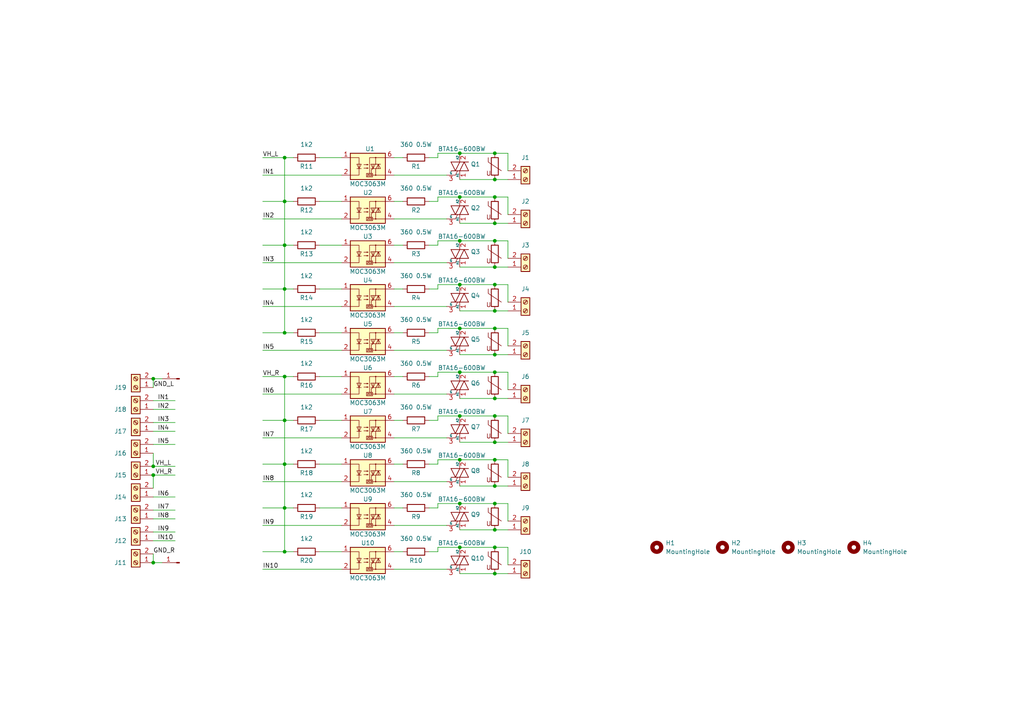
<source format=kicad_sch>
(kicad_sch (version 20211123) (generator eeschema)
  (paper "A4")
  (lib_symbols
    (symbol "Connector:Conn_01x01_Male" (pin_names (offset 1.016) hide)
      (property "Reference" "J" (at 0 2.54 0))
      (property "Value" "Conn_01x01_Male" (at 0 -2.54 0))
      (symbol "Conn_01x01_Male_1_1"
        (polyline (pts (xy 1.27 0) (xy 0.8636 0)) (stroke (width 0.1524)))
        (rectangle (start 0.8636 0.127) (end 0 -0.127) (stroke (width 0.1524)) (fill (type outline)))
        (pin passive line (at 5.08 0 180) (length 3.81) (name "Pin_1") (number "1"))
      )
    )
    (symbol "Connector:Screw_Terminal_01x02" (pin_names (offset 1.016) hide)
      (property "Reference" "J" (at 0 2.54 0))
      (property "Value" "Screw_Terminal_01x02" (at 0 -5.08 0))
      (symbol "Screw_Terminal_01x02_1_1"
        (rectangle (start -1.27 1.27) (end 1.27 -3.81) (stroke (width 0.254)) (fill (type background)))
        (circle (center 0 -2.54) (radius 0.635) (stroke (width 0.1524)))
        (polyline (pts (xy -0.5334 -2.2098) (xy 0.3302 -3.048)) (stroke (width 0.1524)))
        (polyline (pts (xy -0.5334 0.3302) (xy 0.3302 -0.508)) (stroke (width 0.1524)))
        (polyline (pts (xy -0.3556 -2.032) (xy 0.508 -2.8702)) (stroke (width 0.1524)))
        (polyline (pts (xy -0.3556 0.508) (xy 0.508 -0.3302)) (stroke (width 0.1524)))
        (circle (center 0 0) (radius 0.635) (stroke (width 0.1524)))
        (pin passive line (at -5.08 0 0) (length 3.81) (name "Pin_1") (number "1"))
        (pin passive line (at -5.08 -2.54 0) (length 3.81) (name "Pin_2") (number "2"))
      )
    )
    (symbol "Device:R" (pin_numbers hide) (pin_names (offset 0))
      (property "Reference" "R" (at 2.032 0 90))
      (property "Value" "R" (at 0 0 90))
      (symbol "R_0_1"
        (rectangle (start -1.016 -2.54) (end 1.016 2.54) (stroke (width 0.254)))
      )
      (symbol "R_1_1"
        (pin passive line (at 0 3.81 270) (length 1.27) (name "~") (number "1"))
        (pin passive line (at 0 -3.81 90) (length 1.27) (name "~") (number "2"))
      )
    )
    (symbol "Device:Varistor" (pin_numbers hide) (pin_names (offset 0))
      (property "Reference" "RV" (at 3.175 0 90))
      (property "Value" "Varistor" (at -3.175 0 90))
      (symbol "Varistor_0_0"
        (text "U" (at -1.778 -2.032 0) (effects (font (size 1.27 1.27))))
      )
      (symbol "Varistor_0_1"
        (rectangle (start -1.016 -2.54) (end 1.016 2.54) (stroke (width 0.254)))
        (polyline (pts (xy -1.905 2.54) (xy -1.905 1.27) (xy 1.905 -1.27)))
      )
      (symbol "Varistor_1_1"
        (pin passive line (at 0 3.81 270) (length 1.27) (name "~") (number "1"))
        (pin passive line (at 0 -3.81 90) (length 1.27) (name "~") (number "2"))
      )
    )
    (symbol "Mechanical:MountingHole" (pin_names (offset 1.016))
      (property "Reference" "H" (at 0 5.08 0))
      (property "Value" "MountingHole" (at 0 3.175 0))
      (symbol "MountingHole_0_1"
        (circle (center 0 0) (radius 1.27) (stroke (width 1.27)))
      )
    )
    (symbol "Relay_SolidState:MOC3063M"
      (property "Reference" "U" (at -5.08 5.08 0))
      (property "Value" "MOC3063M" (at 0 5.08 0))
      (symbol "MOC3063M_0_0"
        (rectangle (start -0.381 -2.032) (end 1.397 -3.048))
        (polyline (pts (xy 2.286 -2.54) (xy 1.397 -2.54)))
        (polyline (pts (xy 1.524 -0.635) (xy 1.016 -1.016) (xy 1.016 -2.032)))
        (text "ZCD" (at 0.508 -2.54 0) (effects (font (size 0.508 0.508))))
      )
      (symbol "MOC3063M_0_1"
        (rectangle (start -5.08 3.81) (end 5.08 -3.81) (stroke (width 0.254)) (fill (type background)))
        (polyline (pts (xy -3.175 -0.635) (xy -1.905 -0.635)))
        (polyline (pts (xy 1.524 -0.635) (xy 1.524 0.635)))
        (polyline (pts (xy 3.048 0.635) (xy 3.048 -0.635)))
        (polyline (pts (xy 2.286 -0.635) (xy 2.286 -2.54) (xy 5.08 -2.54)))
        (polyline (pts (xy 2.286 0.635) (xy 2.286 2.54) (xy 5.08 2.54)))
        (polyline (pts (xy 2.286 2.54) (xy 0.508 2.54) (xy 0.508 -2.032)))
        (polyline (pts (xy -5.08 2.54) (xy -2.54 2.54) (xy -2.54 -2.54) (xy -5.08 -2.54)))
        (polyline (pts (xy -2.54 -0.635) (xy -3.175 0.635) (xy -1.905 0.635) (xy -2.54 -0.635)))
        (polyline (pts (xy 0.889 -0.635) (xy 3.683 -0.635) (xy 3.048 0.635) (xy 2.413 -0.635)))
        (polyline (pts (xy 3.683 0.635) (xy 0.889 0.635) (xy 1.524 -0.635) (xy 2.159 0.635)))
        (polyline (pts (xy -1.143 -0.508) (xy 0.127 -0.508) (xy -0.254 -0.635) (xy -0.254 -0.381) (xy 0.127 -0.508)))
        (polyline (pts (xy -1.143 0.508) (xy 0.127 0.508) (xy -0.254 0.381) (xy -0.254 0.635) (xy 0.127 0.508)))
        (circle (center 2.286 -2.54) (radius 0.127))
        (circle (center 2.286 2.54) (radius 0.127))
      )
      (symbol "MOC3063M_1_1"
        (pin passive line (at -7.62 2.54 0) (length 2.54) (name "~") (number "1"))
        (pin passive line (at -7.62 -2.54 0) (length 2.54) (name "~") (number "2"))
        (pin no_connect line (at -5.08 0 0) (length 2.54) hide (name "NC") (number "3"))
        (pin passive line (at 7.62 -2.54 180) (length 2.54) (name "~") (number "4"))
        (pin no_connect line (at 5.08 0 180) (length 2.54) hide (name "NC") (number "5"))
        (pin passive line (at 7.62 2.54 180) (length 2.54) (name "~") (number "6"))
      )
    )
    (symbol "Triac_Thyristor:BTA16-600BW" (pin_names (offset 0))
      (property "Reference" "Q" (at 5.08 1.905 0))
      (property "Value" "BTA16-600BW" (at 5.08 0 0))
      (symbol "BTA16-600BW_0_1"
        (polyline (pts (xy -2.54 -1.27) (xy 2.54 -1.27)) (stroke (width 0.2032)))
        (polyline (pts (xy -2.54 1.27) (xy 2.54 1.27)) (stroke (width 0.2032)))
        (polyline (pts (xy -1.27 -2.54) (xy -0.635 -1.27)))
        (polyline (pts (xy -2.54 1.27) (xy -1.27 -1.27) (xy 0 1.27)) (stroke (width 0.2032)))
        (polyline (pts (xy 0 -1.27) (xy 1.27 1.27) (xy 2.54 -1.27)) (stroke (width 0.2032)))
      )
      (symbol "BTA16-600BW_1_1"
        (pin passive line (at 0 -3.81 90) (length 2.54) (name "A1") (number "1"))
        (pin passive line (at 0 3.81 270) (length 2.54) (name "A2") (number "2"))
        (pin input line (at -3.81 -2.54 0) (length 2.54) (name "G") (number "3"))
      )
    )
  )
  (junction (at 143.51 82.55))
  (junction (at 143.51 128.27))
  (junction (at 82.55 160.02))
  (junction (at 44.45 137.795))
  (junction (at 143.51 153.67))
  (junction (at 143.51 115.57))
  (junction (at 143.51 90.17))
  (junction (at 44.45 109.855))
  (junction (at 133.35 44.45))
  (junction (at 82.55 71.12))
  (junction (at 133.35 57.15))
  (junction (at 133.35 158.75))
  (junction (at 143.51 166.37))
  (junction (at 133.35 120.65))
  (junction (at 44.45 163.195))
  (junction (at 82.55 134.62))
  (junction (at 82.55 147.32))
  (junction (at 133.35 82.55))
  (junction (at 143.51 102.87))
  (junction (at 143.51 158.75))
  (junction (at 143.51 133.35))
  (junction (at 133.35 107.95))
  (junction (at 82.55 83.82))
  (junction (at 82.55 121.92))
  (junction (at 143.51 52.07))
  (junction (at 143.51 57.15))
  (junction (at 143.51 120.65))
  (junction (at 143.51 140.97))
  (junction (at 82.55 96.52))
  (junction (at 133.35 69.85))
  (junction (at 143.51 95.25))
  (junction (at 82.55 45.72))
  (junction (at 143.51 44.45))
  (junction (at 143.51 64.77))
  (junction (at 44.45 135.255))
  (junction (at 133.35 133.35))
  (junction (at 143.51 146.05))
  (junction (at 143.51 69.85))
  (junction (at 82.55 58.42))
  (junction (at 143.51 77.47))
  (junction (at 143.51 107.95))
  (junction (at 133.35 95.25))
  (junction (at 133.35 146.05))
  (junction (at 82.55 109.22))
  (wire (pts (xy 143.51 153.67) (xy 147.32 153.67)))
  (wire (pts (xy 76.2 83.82) (xy 82.55 83.82)))
  (wire (pts (xy 92.71 58.42) (xy 99.06 58.42)))
  (wire (pts (xy 44.45 137.795) (xy 44.45 141.605)))
  (wire (pts (xy 127 69.85) (xy 133.35 69.85)))
  (wire (pts (xy 114.3 96.52) (xy 116.84 96.52)))
  (wire (pts (xy 127 57.15) (xy 133.35 57.15)))
  (wire (pts (xy 133.35 146.05) (xy 143.51 146.05)))
  (wire (pts (xy 76.2 45.72) (xy 82.55 45.72)))
  (wire (pts (xy 133.35 82.55) (xy 143.51 82.55)))
  (wire (pts (xy 133.35 102.87) (xy 143.51 102.87)))
  (wire (pts (xy 147.32 95.25) (xy 147.32 100.33)))
  (wire (pts (xy 82.55 109.22) (xy 85.09 109.22)))
  (wire (pts (xy 124.46 45.72) (xy 127 45.72)))
  (wire (pts (xy 133.35 69.85) (xy 143.51 69.85)))
  (wire (pts (xy 76.2 134.62) (xy 82.55 134.62)))
  (wire (pts (xy 124.46 96.52) (xy 127 96.52)))
  (wire (pts (xy 114.3 45.72) (xy 116.84 45.72)))
  (wire (pts (xy 143.51 133.35) (xy 147.32 133.35)))
  (wire (pts (xy 127 146.05) (xy 133.35 146.05)))
  (wire (pts (xy 147.32 146.05) (xy 147.32 151.13)))
  (wire (pts (xy 143.51 82.55) (xy 147.32 82.55)))
  (wire (pts (xy 114.3 127) (xy 129.54 127)))
  (wire (pts (xy 133.35 64.77) (xy 143.51 64.77)))
  (wire (pts (xy 44.45 125.095) (xy 50.8 125.095)))
  (wire (pts (xy 114.3 147.32) (xy 116.84 147.32)))
  (wire (pts (xy 143.51 44.45) (xy 147.32 44.45)))
  (wire (pts (xy 76.2 152.4) (xy 99.06 152.4)))
  (wire (pts (xy 44.45 122.555) (xy 50.8 122.555)))
  (wire (pts (xy 143.51 64.77) (xy 147.32 64.77)))
  (wire (pts (xy 127 82.55) (xy 133.35 82.55)))
  (wire (pts (xy 133.35 158.75) (xy 143.51 158.75)))
  (wire (pts (xy 82.55 83.82) (xy 82.55 96.52)))
  (wire (pts (xy 92.71 134.62) (xy 99.06 134.62)))
  (wire (pts (xy 44.45 118.745) (xy 50.8 118.745)))
  (wire (pts (xy 124.46 147.32) (xy 127 147.32)))
  (wire (pts (xy 82.55 71.12) (xy 85.09 71.12)))
  (wire (pts (xy 133.35 133.35) (xy 143.51 133.35)))
  (wire (pts (xy 143.51 115.57) (xy 147.32 115.57)))
  (wire (pts (xy 133.35 140.97) (xy 143.51 140.97)))
  (wire (pts (xy 82.55 121.92) (xy 85.09 121.92)))
  (wire (pts (xy 44.45 109.855) (xy 46.99 109.855)))
  (wire (pts (xy 147.32 69.85) (xy 147.32 74.93)))
  (wire (pts (xy 133.35 90.17) (xy 143.51 90.17)))
  (wire (pts (xy 92.71 83.82) (xy 99.06 83.82)))
  (wire (pts (xy 147.32 82.55) (xy 147.32 87.63)))
  (wire (pts (xy 114.3 121.92) (xy 116.84 121.92)))
  (wire (pts (xy 76.2 50.8) (xy 99.06 50.8)))
  (wire (pts (xy 44.45 137.795) (xy 50.8 137.795)))
  (wire (pts (xy 82.55 71.12) (xy 82.55 83.82)))
  (wire (pts (xy 82.55 134.62) (xy 82.55 147.32)))
  (wire (pts (xy 143.51 57.15) (xy 147.32 57.15)))
  (wire (pts (xy 133.35 166.37) (xy 143.51 166.37)))
  (wire (pts (xy 76.2 63.5) (xy 99.06 63.5)))
  (wire (pts (xy 82.55 160.02) (xy 85.09 160.02)))
  (wire (pts (xy 127 96.52) (xy 127 95.25)))
  (wire (pts (xy 143.51 95.25) (xy 147.32 95.25)))
  (wire (pts (xy 92.71 45.72) (xy 99.06 45.72)))
  (wire (pts (xy 143.51 90.17) (xy 147.32 90.17)))
  (wire (pts (xy 76.2 127) (xy 99.06 127)))
  (wire (pts (xy 82.55 109.22) (xy 82.55 121.92)))
  (wire (pts (xy 133.35 95.25) (xy 143.51 95.25)))
  (wire (pts (xy 147.32 44.45) (xy 147.32 49.53)))
  (wire (pts (xy 44.45 131.445) (xy 44.45 135.255)))
  (wire (pts (xy 133.35 57.15) (xy 143.51 57.15)))
  (wire (pts (xy 124.46 160.02) (xy 127 160.02)))
  (wire (pts (xy 147.32 57.15) (xy 147.32 62.23)))
  (wire (pts (xy 147.32 120.65) (xy 147.32 125.73)))
  (wire (pts (xy 127 133.35) (xy 133.35 133.35)))
  (wire (pts (xy 114.3 88.9) (xy 129.54 88.9)))
  (wire (pts (xy 114.3 109.22) (xy 116.84 109.22)))
  (wire (pts (xy 82.55 58.42) (xy 85.09 58.42)))
  (wire (pts (xy 143.51 166.37) (xy 147.32 166.37)))
  (wire (pts (xy 127 121.92) (xy 127 120.65)))
  (wire (pts (xy 82.55 83.82) (xy 85.09 83.82)))
  (wire (pts (xy 44.45 154.305) (xy 50.8 154.305)))
  (wire (pts (xy 143.51 77.47) (xy 147.32 77.47)))
  (wire (pts (xy 92.71 121.92) (xy 99.06 121.92)))
  (wire (pts (xy 92.71 160.02) (xy 99.06 160.02)))
  (wire (pts (xy 147.32 158.75) (xy 147.32 163.83)))
  (wire (pts (xy 133.35 52.07) (xy 143.51 52.07)))
  (wire (pts (xy 114.3 50.8) (xy 129.54 50.8)))
  (wire (pts (xy 76.2 165.1) (xy 99.06 165.1)))
  (wire (pts (xy 124.46 121.92) (xy 127 121.92)))
  (wire (pts (xy 127 71.12) (xy 127 69.85)))
  (wire (pts (xy 143.51 158.75) (xy 147.32 158.75)))
  (wire (pts (xy 114.3 152.4) (xy 129.54 152.4)))
  (wire (pts (xy 82.55 134.62) (xy 85.09 134.62)))
  (wire (pts (xy 92.71 71.12) (xy 99.06 71.12)))
  (wire (pts (xy 133.35 128.27) (xy 143.51 128.27)))
  (wire (pts (xy 143.51 69.85) (xy 147.32 69.85)))
  (wire (pts (xy 127 95.25) (xy 133.35 95.25)))
  (wire (pts (xy 133.35 120.65) (xy 143.51 120.65)))
  (wire (pts (xy 76.2 101.6) (xy 99.06 101.6)))
  (wire (pts (xy 114.3 114.3) (xy 129.54 114.3)))
  (wire (pts (xy 76.2 71.12) (xy 82.55 71.12)))
  (wire (pts (xy 143.51 146.05) (xy 147.32 146.05)))
  (wire (pts (xy 127 45.72) (xy 127 44.45)))
  (wire (pts (xy 114.3 165.1) (xy 129.54 165.1)))
  (wire (pts (xy 127 160.02) (xy 127 158.75)))
  (wire (pts (xy 92.71 96.52) (xy 99.06 96.52)))
  (wire (pts (xy 44.45 156.845) (xy 50.8 156.845)))
  (wire (pts (xy 114.3 139.7) (xy 129.54 139.7)))
  (wire (pts (xy 143.51 128.27) (xy 147.32 128.27)))
  (wire (pts (xy 114.3 71.12) (xy 116.84 71.12)))
  (wire (pts (xy 76.2 76.2) (xy 99.06 76.2)))
  (wire (pts (xy 133.35 77.47) (xy 143.51 77.47)))
  (wire (pts (xy 114.3 63.5) (xy 129.54 63.5)))
  (wire (pts (xy 82.55 45.72) (xy 85.09 45.72)))
  (wire (pts (xy 92.71 109.22) (xy 99.06 109.22)))
  (wire (pts (xy 114.3 83.82) (xy 116.84 83.82)))
  (wire (pts (xy 76.2 58.42) (xy 82.55 58.42)))
  (wire (pts (xy 76.2 96.52) (xy 82.55 96.52)))
  (wire (pts (xy 44.45 150.495) (xy 50.8 150.495)))
  (wire (pts (xy 44.45 147.955) (xy 50.8 147.955)))
  (wire (pts (xy 76.2 121.92) (xy 82.55 121.92)))
  (wire (pts (xy 127 58.42) (xy 127 57.15)))
  (wire (pts (xy 44.45 116.205) (xy 50.8 116.205)))
  (wire (pts (xy 124.46 134.62) (xy 127 134.62)))
  (wire (pts (xy 127 120.65) (xy 133.35 120.65)))
  (wire (pts (xy 147.32 107.95) (xy 147.32 113.03)))
  (wire (pts (xy 147.32 133.35) (xy 147.32 138.43)))
  (wire (pts (xy 143.51 107.95) (xy 147.32 107.95)))
  (wire (pts (xy 124.46 71.12) (xy 127 71.12)))
  (wire (pts (xy 127 83.82) (xy 127 82.55)))
  (wire (pts (xy 127 158.75) (xy 133.35 158.75)))
  (wire (pts (xy 143.51 120.65) (xy 147.32 120.65)))
  (wire (pts (xy 124.46 58.42) (xy 127 58.42)))
  (wire (pts (xy 133.35 107.95) (xy 143.51 107.95)))
  (wire (pts (xy 82.55 96.52) (xy 85.09 96.52)))
  (wire (pts (xy 82.55 121.92) (xy 82.55 134.62)))
  (wire (pts (xy 44.45 144.145) (xy 50.8 144.145)))
  (wire (pts (xy 44.45 163.195) (xy 46.99 163.195)))
  (wire (pts (xy 143.51 140.97) (xy 147.32 140.97)))
  (wire (pts (xy 114.3 134.62) (xy 116.84 134.62)))
  (wire (pts (xy 127 134.62) (xy 127 133.35)))
  (wire (pts (xy 44.45 109.855) (xy 44.45 112.395)))
  (wire (pts (xy 127 147.32) (xy 127 146.05)))
  (wire (pts (xy 124.46 83.82) (xy 127 83.82)))
  (wire (pts (xy 114.3 76.2) (xy 129.54 76.2)))
  (wire (pts (xy 127 44.45) (xy 133.35 44.45)))
  (wire (pts (xy 133.35 153.67) (xy 143.51 153.67)))
  (wire (pts (xy 143.51 52.07) (xy 147.32 52.07)))
  (wire (pts (xy 133.35 115.57) (xy 143.51 115.57)))
  (wire (pts (xy 44.45 160.655) (xy 44.45 163.195)))
  (wire (pts (xy 76.2 109.22) (xy 82.55 109.22)))
  (wire (pts (xy 127 107.95) (xy 133.35 107.95)))
  (wire (pts (xy 76.2 114.3) (xy 99.06 114.3)))
  (wire (pts (xy 44.45 135.255) (xy 50.8 135.255)))
  (wire (pts (xy 114.3 58.42) (xy 116.84 58.42)))
  (wire (pts (xy 82.55 147.32) (xy 82.55 160.02)))
  (wire (pts (xy 82.55 45.72) (xy 82.55 58.42)))
  (wire (pts (xy 127 109.22) (xy 127 107.95)))
  (wire (pts (xy 76.2 160.02) (xy 82.55 160.02)))
  (wire (pts (xy 76.2 88.9) (xy 99.06 88.9)))
  (wire (pts (xy 133.35 44.45) (xy 143.51 44.45)))
  (wire (pts (xy 143.51 102.87) (xy 147.32 102.87)))
  (wire (pts (xy 92.71 147.32) (xy 99.06 147.32)))
  (wire (pts (xy 114.3 160.02) (xy 116.84 160.02)))
  (wire (pts (xy 114.3 101.6) (xy 129.54 101.6)))
  (wire (pts (xy 124.46 109.22) (xy 127 109.22)))
  (wire (pts (xy 82.55 58.42) (xy 82.55 71.12)))
  (wire (pts (xy 76.2 139.7) (xy 99.06 139.7)))
  (wire (pts (xy 44.45 128.905) (xy 50.8 128.905)))
  (wire (pts (xy 76.2 147.32) (xy 82.55 147.32)))
  (wire (pts (xy 82.55 147.32) (xy 85.09 147.32)))
  (label "IN9" (at 45.72 154.305 0))
  (label "VH_L" (at 45.085 135.255 0))
  (label "VH_L" (at 76.2 45.72 0))
  (label "IN4" (at 45.72 125.095 0))
  (label "IN4" (at 76.2 88.9 0))
  (label "IN8" (at 45.72 150.495 0))
  (label "GND_L" (at 44.45 112.395 0))
  (label "IN10" (at 76.2 165.1 0))
  (label "IN5" (at 45.72 128.905 0))
  (label "VH_R" (at 76.2 109.22 0))
  (label "IN1" (at 76.2 50.8 0))
  (label "IN3" (at 45.72 122.555 0))
  (label "IN7" (at 76.2 127 0))
  (label "GND_R" (at 44.45 160.655 0))
  (label "IN10" (at 45.72 156.845 0))
  (label "IN9" (at 76.2 152.4 0))
  (label "IN2" (at 45.72 118.745 0))
  (label "IN6" (at 45.72 144.145 0))
  (label "IN7" (at 45.72 147.955 0))
  (label "IN6" (at 76.2 114.3 0))
  (label "IN2" (at 76.2 63.5 0))
  (label "VH_R" (at 45.085 137.795 0))
  (label "IN8" (at 76.2 139.7 0))
  (label "IN1" (at 45.72 116.205 0))
  (label "IN5" (at 76.2 101.6 0))
  (label "IN3" (at 76.2 76.2 0))
  (symbol (lib_id "Device:Varistor") (at 143.51 124.46 0) (unit 1)
    (property "Reference" "RV7" (effects hide))
    (property "Value" "275V" (effects hide))
    (property "Footprint" "Varistor:RV_Disc_D9mm_W4.2mm_P5mm" (effects hide))
  )
  (symbol (lib_id "Connector:Screw_Terminal_01x02") (at 39.37 131.445 180) (unit 1)
    (property "Reference" "J16" (at 34.925 131.445 0))
    (property "Value" "Screw_Terminal_01x02" (effects hide))
    (property "Footprint" "TerminalBlock_Phoenix:TerminalBlock_Phoenix_MKDS-1,5-2_1x02_P5.00mm_Horizontal" (effects hide))
  )
  (symbol (lib_id "Connector:Screw_Terminal_01x02") (at 152.4 128.27 0) (mirror x) (unit 1)
    (property "Reference" "J7" (at 152.4 121.92 0))
    (property "Value" "Screw_Terminal_01x02" (effects hide))
    (property "Footprint" "TerminalBlock_Phoenix:TerminalBlock_Phoenix_MKDS-1,5-2_1x02_P5.00mm_Horizontal" (effects hide))
  )
  (symbol (lib_id "Relay_SolidState:MOC3063M") (at 106.68 137.16 0) (unit 1)
    (property "Reference" "U8" (at 106.68 132.08 0))
    (property "Value" "MOC3063M" (at 106.68 142.24 0))
    (property "Footprint" "Package_DIP:DIP-6_W7.62mm" (effects hide))
    (property "Datasheet" "https://www.onsemi.com/pub/Collateral/MOC3163M-D.pdf" (effects hide))
  )
  (symbol (lib_id "Triac_Thyristor:BTA16-600BW") (at 133.35 149.86 0) (unit 1)
    (property "Reference" "Q9" (at 136.525 149.225 0) (effects (justify left)))
    (property "Value" "BTA16-600BW" (at 127 144.78 0) (effects (justify left)))
    (property "Footprint" "triac-board:TO-220-3_Vertical_Staggered" (effects hide))
    (property "Datasheet" "https://www.st.com/resource/en/datasheet/bta16.pdf" (effects hide))
  )
  (symbol (lib_id "Relay_SolidState:MOC3063M") (at 106.68 48.26 0) (unit 1)
    (property "Reference" "U1" (at 107.315 43.18 0))
    (property "Value" "MOC3063M" (at 106.68 53.34 0))
    (property "Footprint" "Package_DIP:DIP-6_W7.62mm" (effects hide))
    (property "Datasheet" "https://www.onsemi.com/pub/Collateral/MOC3163M-D.pdf" (effects hide))
  )
  (symbol (lib_id "Device:R") (at 88.9 45.72 90) (unit 1)
    (property "Reference" "R11" (at 88.9 48.26 90))
    (property "Value" "1k2" (at 88.9 41.91 90))
    (property "Footprint" "Resistor_THT:R_Axial_DIN0207_L6.3mm_D2.5mm_P10.16mm_Horizontal" (effects hide))
  )
  (symbol (lib_id "Connector:Screw_Terminal_01x02") (at 152.4 52.07 0) (mirror x) (unit 1)
    (property "Reference" "J1" (at 152.4 45.72 0))
    (property "Value" "Screw_Terminal_01x02" (effects hide))
    (property "Footprint" "TerminalBlock_Phoenix:TerminalBlock_Phoenix_MKDS-1,5-2_1x02_P5.00mm_Horizontal" (effects hide))
  )
  (symbol (lib_id "Device:R") (at 120.65 96.52 90) (unit 1)
    (property "Reference" "R5" (at 120.65 99.06 90))
    (property "Value" "360 0.5W" (at 120.65 92.71 90))
    (property "Footprint" "Resistor_THT:R_Axial_DIN0309_L9.0mm_D3.2mm_P20.32mm_Horizontal" (effects hide))
  )
  (symbol (lib_id "Device:R") (at 88.9 96.52 90) (unit 1)
    (property "Reference" "R15" (at 88.9 99.06 90))
    (property "Value" "1k2" (at 88.9 92.71 90))
    (property "Footprint" "Resistor_THT:R_Axial_DIN0207_L6.3mm_D2.5mm_P10.16mm_Horizontal" (effects hide))
  )
  (symbol (lib_id "Connector:Screw_Terminal_01x02") (at 39.37 118.745 180) (unit 1)
    (property "Reference" "J18" (at 34.925 118.745 0))
    (property "Value" "Screw_Terminal_01x02" (effects hide))
    (property "Footprint" "TerminalBlock_Phoenix:TerminalBlock_Phoenix_MKDS-1,5-2_1x02_P5.00mm_Horizontal" (effects hide))
  )
  (symbol (lib_id "Mechanical:MountingHole") (at 209.55 158.75 0) (unit 1)
    (property "Reference" "H2" (at 212.09 157.4799 0) (effects (justify left)))
    (property "Value" "MountingHole" (at 212.09 160.0199 0) (effects (justify left)))
    (property "Footprint" "MountingHole:MountingHole_3.2mm_M3" (effects hide))
  )
  (symbol (lib_id "Triac_Thyristor:BTA16-600BW") (at 133.35 124.46 0) (unit 1)
    (property "Reference" "Q7" (at 136.525 123.825 0) (effects (justify left)))
    (property "Value" "BTA16-600BW" (at 127 119.38 0) (effects (justify left)))
    (property "Footprint" "triac-board:TO-220-3_Vertical_Staggered" (effects hide))
    (property "Datasheet" "https://www.st.com/resource/en/datasheet/bta16.pdf" (effects hide))
  )
  (symbol (lib_id "Connector:Screw_Terminal_01x02") (at 152.4 102.87 0) (mirror x) (unit 1)
    (property "Reference" "J5" (at 152.4 96.52 0))
    (property "Value" "Screw_Terminal_01x02" (effects hide))
    (property "Footprint" "TerminalBlock_Phoenix:TerminalBlock_Phoenix_MKDS-1,5-2_1x02_P5.00mm_Horizontal" (effects hide))
  )
  (symbol (lib_id "Relay_SolidState:MOC3063M") (at 106.68 149.86 0) (unit 1)
    (property "Reference" "U9" (at 106.68 144.78 0))
    (property "Value" "MOC3063M" (at 106.68 154.94 0))
    (property "Footprint" "Package_DIP:DIP-6_W7.62mm" (effects hide))
    (property "Datasheet" "https://www.onsemi.com/pub/Collateral/MOC3163M-D.pdf" (effects hide))
  )
  (symbol (lib_id "Device:R") (at 120.65 71.12 90) (unit 1)
    (property "Reference" "R3" (at 120.65 73.66 90))
    (property "Value" "360 0.5W" (at 120.65 67.31 90))
    (property "Footprint" "Resistor_THT:R_Axial_DIN0309_L9.0mm_D3.2mm_P20.32mm_Horizontal" (effects hide))
  )
  (symbol (lib_id "Mechanical:MountingHole") (at 247.65 158.75 0) (unit 1)
    (property "Reference" "H4" (at 250.19 157.4799 0) (effects (justify left)))
    (property "Value" "MountingHole" (at 250.19 160.0199 0) (effects (justify left)))
    (property "Footprint" "MountingHole:MountingHole_3.2mm_M3" (effects hide))
  )
  (symbol (lib_id "Connector:Screw_Terminal_01x02") (at 152.4 64.77 0) (mirror x) (unit 1)
    (property "Reference" "J2" (at 152.4 58.42 0))
    (property "Value" "Screw_Terminal_01x02" (effects hide))
    (property "Footprint" "TerminalBlock_Phoenix:TerminalBlock_Phoenix_MKDS-1,5-2_1x02_P5.00mm_Horizontal" (effects hide))
  )
  (symbol (lib_id "Connector:Screw_Terminal_01x02") (at 152.4 140.97 0) (mirror x) (unit 1)
    (property "Reference" "J8" (at 152.4 134.62 0))
    (property "Value" "Screw_Terminal_01x02" (effects hide))
    (property "Footprint" "TerminalBlock_Phoenix:TerminalBlock_Phoenix_MKDS-1,5-2_1x02_P5.00mm_Horizontal" (effects hide))
  )
  (symbol (lib_id "Device:R") (at 120.65 147.32 90) (unit 1)
    (property "Reference" "R9" (at 120.65 149.86 90))
    (property "Value" "360 0.5W" (at 120.65 143.51 90))
    (property "Footprint" "Resistor_THT:R_Axial_DIN0309_L9.0mm_D3.2mm_P20.32mm_Horizontal" (effects hide))
  )
  (symbol (lib_id "Triac_Thyristor:BTA16-600BW") (at 133.35 86.36 0) (unit 1)
    (property "Reference" "Q4" (at 136.525 85.725 0) (effects (justify left)))
    (property "Value" "BTA16-600BW" (at 127 81.28 0) (effects (justify left)))
    (property "Footprint" "triac-board:TO-220-3_Vertical_Staggered" (effects hide))
    (property "Datasheet" "https://www.st.com/resource/en/datasheet/bta16.pdf" (effects hide))
  )
  (symbol (lib_id "Device:R") (at 88.9 109.22 90) (unit 1)
    (property "Reference" "R16" (at 88.9 111.76 90))
    (property "Value" "1k2" (at 88.9 105.41 90))
    (property "Footprint" "Resistor_THT:R_Axial_DIN0207_L6.3mm_D2.5mm_P10.16mm_Horizontal" (effects hide))
  )
  (symbol (lib_id "Connector:Screw_Terminal_01x02") (at 39.37 144.145 180) (unit 1)
    (property "Reference" "J14" (at 34.925 144.145 0))
    (property "Value" "Screw_Terminal_01x02" (effects hide))
    (property "Footprint" "TerminalBlock_Phoenix:TerminalBlock_Phoenix_MKDS-1,5-2_1x02_P5.00mm_Horizontal" (effects hide))
  )
  (symbol (lib_id "Device:R") (at 120.65 83.82 90) (unit 1)
    (property "Reference" "R4" (at 120.65 86.36 90))
    (property "Value" "360 0.5W" (at 120.65 80.01 90))
    (property "Footprint" "Resistor_THT:R_Axial_DIN0309_L9.0mm_D3.2mm_P20.32mm_Horizontal" (effects hide))
  )
  (symbol (lib_id "Device:R") (at 88.9 71.12 90) (unit 1)
    (property "Reference" "R13" (at 88.9 73.66 90))
    (property "Value" "1k2" (at 88.9 67.31 90))
    (property "Footprint" "Resistor_THT:R_Axial_DIN0207_L6.3mm_D2.5mm_P10.16mm_Horizontal" (effects hide))
  )
  (symbol (lib_id "Connector:Screw_Terminal_01x02") (at 152.4 77.47 0) (mirror x) (unit 1)
    (property "Reference" "J3" (at 152.4 71.12 0))
    (property "Value" "Screw_Terminal_01x02" (effects hide))
    (property "Footprint" "TerminalBlock_Phoenix:TerminalBlock_Phoenix_MKDS-1,5-2_1x02_P5.00mm_Horizontal" (effects hide))
  )
  (symbol (lib_id "Mechanical:MountingHole") (at 228.6 158.75 0) (unit 1)
    (property "Reference" "H3" (at 231.14 157.4799 0) (effects (justify left)))
    (property "Value" "MountingHole" (at 231.14 160.0199 0) (effects (justify left)))
    (property "Footprint" "MountingHole:MountingHole_3.2mm_M3" (effects hide))
  )
  (symbol (lib_id "Relay_SolidState:MOC3063M") (at 106.68 60.96 0) (unit 1)
    (property "Reference" "U2" (at 106.68 55.88 0))
    (property "Value" "MOC3063M" (at 106.68 66.04 0))
    (property "Footprint" "Package_DIP:DIP-6_W7.62mm" (effects hide))
    (property "Datasheet" "https://www.onsemi.com/pub/Collateral/MOC3163M-D.pdf" (effects hide))
  )
  (symbol (lib_id "Device:R") (at 88.9 160.02 90) (unit 1)
    (property "Reference" "R20" (at 88.9 162.56 90))
    (property "Value" "1k2" (at 88.9 156.21 90))
    (property "Footprint" "Resistor_THT:R_Axial_DIN0207_L6.3mm_D2.5mm_P10.16mm_Horizontal" (effects hide))
  )
  (symbol (lib_id "Connector:Conn_01x01_Male") (at 52.07 163.195 180) (unit 1)
    (property "Reference" "J21" (effects hide))
    (property "Value" "Conn_01x01_Male" (effects hide))
    (property "Footprint" "Connector_Pin:Pin_D1.3mm_L11.0mm" (effects hide))
  )
  (symbol (lib_id "Device:R") (at 88.9 83.82 90) (unit 1)
    (property "Reference" "R14" (at 88.9 86.36 90))
    (property "Value" "1k2" (at 88.9 80.01 90))
    (property "Footprint" "Resistor_THT:R_Axial_DIN0207_L6.3mm_D2.5mm_P10.16mm_Horizontal" (effects hide))
  )
  (symbol (lib_id "Device:Varistor") (at 143.51 137.16 0) (unit 1)
    (property "Reference" "RV8" (effects hide))
    (property "Value" "275V" (effects hide))
    (property "Footprint" "Varistor:RV_Disc_D9mm_W4.2mm_P5mm" (effects hide))
  )
  (symbol (lib_id "Connector:Screw_Terminal_01x02") (at 39.37 112.395 180) (unit 1)
    (property "Reference" "J19" (at 34.925 112.395 0))
    (property "Value" "Screw_Terminal_01x02" (effects hide))
    (property "Footprint" "TerminalBlock_Phoenix:TerminalBlock_Phoenix_MKDS-1,5-2_1x02_P5.00mm_Horizontal" (effects hide))
  )
  (symbol (lib_id "Device:R") (at 120.65 121.92 90) (unit 1)
    (property "Reference" "R7" (at 120.65 124.46 90))
    (property "Value" "360 0.5W" (at 120.65 118.11 90))
    (property "Footprint" "Resistor_THT:R_Axial_DIN0309_L9.0mm_D3.2mm_P20.32mm_Horizontal" (effects hide))
  )
  (symbol (lib_id "Device:Varistor") (at 143.51 48.26 0) (unit 1)
    (property "Reference" "RV1" (effects hide))
    (property "Value" "275V" (effects hide))
    (property "Footprint" "Varistor:RV_Disc_D9mm_W4.2mm_P5mm" (effects hide))
  )
  (symbol (lib_id "Relay_SolidState:MOC3063M") (at 106.68 111.76 0) (unit 1)
    (property "Reference" "U6" (at 106.68 106.68 0))
    (property "Value" "MOC3063M" (at 106.68 116.84 0))
    (property "Footprint" "Package_DIP:DIP-6_W7.62mm" (effects hide))
    (property "Datasheet" "https://www.onsemi.com/pub/Collateral/MOC3163M-D.pdf" (effects hide))
  )
  (symbol (lib_id "Connector:Screw_Terminal_01x02") (at 39.37 150.495 180) (unit 1)
    (property "Reference" "J13" (at 34.925 150.495 0))
    (property "Value" "Screw_Terminal_01x02" (effects hide))
    (property "Footprint" "TerminalBlock_Phoenix:TerminalBlock_Phoenix_MKDS-1,5-2_1x02_P5.00mm_Horizontal" (effects hide))
  )
  (symbol (lib_id "Device:R") (at 120.65 58.42 90) (unit 1)
    (property "Reference" "R2" (at 120.65 60.96 90))
    (property "Value" "360 0.5W" (at 120.65 54.61 90))
    (property "Footprint" "Resistor_THT:R_Axial_DIN0309_L9.0mm_D3.2mm_P20.32mm_Horizontal" (effects hide))
  )
  (symbol (lib_id "Device:Varistor") (at 143.51 73.66 0) (unit 1)
    (property "Reference" "RV3" (effects hide))
    (property "Value" "275V" (effects hide))
    (property "Footprint" "Varistor:RV_Disc_D9mm_W4.2mm_P5mm" (effects hide))
  )
  (symbol (lib_id "Connector:Screw_Terminal_01x02") (at 152.4 115.57 0) (mirror x) (unit 1)
    (property "Reference" "J6" (at 152.4 109.22 0))
    (property "Value" "Screw_Terminal_01x02" (effects hide))
    (property "Footprint" "TerminalBlock_Phoenix:TerminalBlock_Phoenix_MKDS-1,5-2_1x02_P5.00mm_Horizontal" (effects hide))
  )
  (symbol (lib_id "Connector:Conn_01x01_Male") (at 52.07 109.855 180) (unit 1)
    (property "Reference" "J20" (effects hide))
    (property "Value" "Conn_01x01_Male" (effects hide))
    (property "Footprint" "Connector_Pin:Pin_D1.3mm_L11.0mm" (effects hide))
  )
  (symbol (lib_id "Connector:Screw_Terminal_01x02") (at 152.4 90.17 0) (mirror x) (unit 1)
    (property "Reference" "J4" (at 152.4 83.82 0))
    (property "Value" "Screw_Terminal_01x02" (effects hide))
    (property "Footprint" "TerminalBlock_Phoenix:TerminalBlock_Phoenix_MKDS-1,5-2_1x02_P5.00mm_Horizontal" (effects hide))
  )
  (symbol (lib_id "Triac_Thyristor:BTA16-600BW") (at 133.35 60.96 0) (unit 1)
    (property "Reference" "Q2" (at 136.525 60.325 0) (effects (justify left)))
    (property "Value" "BTA16-600BW" (at 127 55.88 0) (effects (justify left)))
    (property "Footprint" "triac-board:TO-220-3_Vertical_Staggered" (effects hide))
    (property "Datasheet" "https://www.st.com/resource/en/datasheet/bta16.pdf" (effects hide))
  )
  (symbol (lib_id "Connector:Screw_Terminal_01x02") (at 152.4 166.37 0) (mirror x) (unit 1)
    (property "Reference" "J10" (at 152.4 160.02 0))
    (property "Value" "Screw_Terminal_01x02" (effects hide))
    (property "Footprint" "TerminalBlock_Phoenix:TerminalBlock_Phoenix_MKDS-1,5-2_1x02_P5.00mm_Horizontal" (effects hide))
  )
  (symbol (lib_id "Device:Varistor") (at 143.51 162.56 0) (unit 1)
    (property "Reference" "RV10" (effects hide))
    (property "Value" "275V" (effects hide))
    (property "Footprint" "Varistor:RV_Disc_D9mm_W4.2mm_P5mm" (effects hide))
  )
  (symbol (lib_id "Relay_SolidState:MOC3063M") (at 106.68 162.56 0) (unit 1)
    (property "Reference" "U10" (at 106.68 157.48 0))
    (property "Value" "MOC3063M" (at 106.68 167.64 0))
    (property "Footprint" "Package_DIP:DIP-6_W7.62mm" (effects hide))
    (property "Datasheet" "https://www.onsemi.com/pub/Collateral/MOC3163M-D.pdf" (effects hide))
  )
  (symbol (lib_id "Connector:Screw_Terminal_01x02") (at 39.37 163.195 180) (unit 1)
    (property "Reference" "J11" (at 34.925 163.195 0))
    (property "Value" "Screw_Terminal_01x02" (effects hide))
    (property "Footprint" "TerminalBlock_Phoenix:TerminalBlock_Phoenix_MKDS-1,5-2_1x02_P5.00mm_Horizontal" (effects hide))
  )
  (symbol (lib_id "Device:Varistor") (at 143.51 149.86 0) (unit 1)
    (property "Reference" "RV9" (effects hide))
    (property "Value" "275V" (effects hide))
    (property "Footprint" "Varistor:RV_Disc_D9mm_W4.2mm_P5mm" (effects hide))
  )
  (symbol (lib_id "Device:R") (at 120.65 45.72 90) (unit 1)
    (property "Reference" "R1" (at 120.65 48.26 90))
    (property "Value" "360 0.5W" (at 120.65 41.91 90))
    (property "Footprint" "Resistor_THT:R_Axial_DIN0309_L9.0mm_D3.2mm_P20.32mm_Horizontal" (effects hide))
  )
  (symbol (lib_id "Relay_SolidState:MOC3063M") (at 106.68 124.46 0) (unit 1)
    (property "Reference" "U7" (at 106.68 119.38 0))
    (property "Value" "MOC3063M" (at 106.68 129.54 0))
    (property "Footprint" "Package_DIP:DIP-6_W7.62mm" (effects hide))
    (property "Datasheet" "https://www.onsemi.com/pub/Collateral/MOC3163M-D.pdf" (effects hide))
  )
  (symbol (lib_id "Triac_Thyristor:BTA16-600BW") (at 133.35 48.26 0) (unit 1)
    (property "Reference" "Q1" (at 136.525 47.625 0) (effects (justify left)))
    (property "Value" "BTA16-600BW" (at 127 43.18 0) (effects (justify left)))
    (property "Footprint" "triac-board:TO-220-3_Vertical_Staggered" (effects hide))
    (property "Datasheet" "https://www.st.com/resource/en/datasheet/bta16.pdf" (effects hide))
  )
  (symbol (lib_id "Device:R") (at 120.65 160.02 90) (unit 1)
    (property "Reference" "R10" (at 120.65 162.56 90))
    (property "Value" "360 0.5W" (at 120.65 156.21 90))
    (property "Footprint" "Resistor_THT:R_Axial_DIN0309_L9.0mm_D3.2mm_P20.32mm_Horizontal" (effects hide))
  )
  (symbol (lib_id "Device:R") (at 88.9 58.42 90) (unit 1)
    (property "Reference" "R12" (at 88.9 60.96 90))
    (property "Value" "1k2" (at 88.9 54.61 90))
    (property "Footprint" "Resistor_THT:R_Axial_DIN0207_L6.3mm_D2.5mm_P10.16mm_Horizontal" (effects hide))
  )
  (symbol (lib_id "Relay_SolidState:MOC3063M") (at 106.68 73.66 0) (unit 1)
    (property "Reference" "U3" (at 106.68 68.58 0))
    (property "Value" "MOC3063M" (at 106.68 78.74 0))
    (property "Footprint" "Package_DIP:DIP-6_W7.62mm" (effects hide))
    (property "Datasheet" "https://www.onsemi.com/pub/Collateral/MOC3163M-D.pdf" (effects hide))
  )
  (symbol (lib_id "Triac_Thyristor:BTA16-600BW") (at 133.35 162.56 0) (unit 1)
    (property "Reference" "Q10" (at 136.525 161.925 0) (effects (justify left)))
    (property "Value" "BTA16-600BW" (at 127 157.48 0) (effects (justify left)))
    (property "Footprint" "triac-board:TO-220-3_Vertical_Staggered" (effects hide))
    (property "Datasheet" "https://www.st.com/resource/en/datasheet/bta16.pdf" (effects hide))
  )
  (symbol (lib_id "Device:R") (at 120.65 109.22 90) (unit 1)
    (property "Reference" "R6" (at 120.65 111.76 90))
    (property "Value" "360 0.5W" (at 120.65 105.41 90))
    (property "Footprint" "Resistor_THT:R_Axial_DIN0309_L9.0mm_D3.2mm_P20.32mm_Horizontal" (effects hide))
  )
  (symbol (lib_id "Device:Varistor") (at 143.51 86.36 0) (unit 1)
    (property "Reference" "RV4" (effects hide))
    (property "Value" "275V" (effects hide))
    (property "Footprint" "Varistor:RV_Disc_D9mm_W4.2mm_P5mm" (effects hide))
  )
  (symbol (lib_id "Connector:Screw_Terminal_01x02") (at 152.4 153.67 0) (mirror x) (unit 1)
    (property "Reference" "J9" (at 152.4 147.32 0))
    (property "Value" "Screw_Terminal_01x02" (effects hide))
    (property "Footprint" "TerminalBlock_Phoenix:TerminalBlock_Phoenix_MKDS-1,5-2_1x02_P5.00mm_Horizontal" (effects hide))
  )
  (symbol (lib_id "Device:R") (at 88.9 121.92 90) (unit 1)
    (property "Reference" "R17" (at 88.9 124.46 90))
    (property "Value" "1k2" (at 88.9 118.11 90))
    (property "Footprint" "Resistor_THT:R_Axial_DIN0207_L6.3mm_D2.5mm_P10.16mm_Horizontal" (effects hide))
  )
  (symbol (lib_id "Device:R") (at 88.9 147.32 90) (unit 1)
    (property "Reference" "R19" (at 88.9 149.86 90))
    (property "Value" "1k2" (at 88.9 143.51 90))
    (property "Footprint" "Resistor_THT:R_Axial_DIN0207_L6.3mm_D2.5mm_P10.16mm_Horizontal" (effects hide))
  )
  (symbol (lib_id "Device:Varistor") (at 143.51 60.96 0) (unit 1)
    (property "Reference" "RV2" (effects hide))
    (property "Value" "275V" (effects hide))
    (property "Footprint" "Varistor:RV_Disc_D9mm_W4.2mm_P5mm" (effects hide))
  )
  (symbol (lib_id "Connector:Screw_Terminal_01x02") (at 39.37 156.845 180) (unit 1)
    (property "Reference" "J12" (at 34.925 156.845 0))
    (property "Value" "Screw_Terminal_01x02" (effects hide))
    (property "Footprint" "TerminalBlock_Phoenix:TerminalBlock_Phoenix_MKDS-1,5-2_1x02_P5.00mm_Horizontal" (effects hide))
  )
  (symbol (lib_id "Mechanical:MountingHole") (at 190.5 158.75 0) (unit 1)
    (property "Reference" "H1" (at 193.04 157.4799 0) (effects (justify left)))
    (property "Value" "MountingHole" (at 193.04 160.0199 0) (effects (justify left)))
    (property "Footprint" "MountingHole:MountingHole_3.2mm_M3" (effects hide))
  )
  (symbol (lib_id "Triac_Thyristor:BTA16-600BW") (at 133.35 137.16 0) (unit 1)
    (property "Reference" "Q8" (at 136.525 136.525 0) (effects (justify left)))
    (property "Value" "BTA16-600BW" (at 127 132.08 0) (effects (justify left)))
    (property "Footprint" "triac-board:TO-220-3_Vertical_Staggered" (effects hide))
    (property "Datasheet" "https://www.st.com/resource/en/datasheet/bta16.pdf" (effects hide))
  )
  (symbol (lib_id "Connector:Screw_Terminal_01x02") (at 39.37 125.095 180) (unit 1)
    (property "Reference" "J17" (at 34.925 125.095 0))
    (property "Value" "Screw_Terminal_01x02" (effects hide))
    (property "Footprint" "TerminalBlock_Phoenix:TerminalBlock_Phoenix_MKDS-1,5-2_1x02_P5.00mm_Horizontal" (effects hide))
  )
  (symbol (lib_id "Triac_Thyristor:BTA16-600BW") (at 133.35 73.66 0) (unit 1)
    (property "Reference" "Q3" (at 136.525 73.025 0) (effects (justify left)))
    (property "Value" "BTA16-600BW" (at 127 68.58 0) (effects (justify left)))
    (property "Footprint" "triac-board:TO-220-3_Vertical_Staggered" (effects hide))
    (property "Datasheet" "https://www.st.com/resource/en/datasheet/bta16.pdf" (effects hide))
  )
  (symbol (lib_id "Device:Varistor") (at 143.51 99.06 0) (unit 1)
    (property "Reference" "RV5" (effects hide))
    (property "Value" "275V" (effects hide))
    (property "Footprint" "Varistor:RV_Disc_D9mm_W4.2mm_P5mm" (effects hide))
  )
  (symbol (lib_id "Device:R") (at 120.65 134.62 90) (unit 1)
    (property "Reference" "R8" (at 120.65 137.16 90))
    (property "Value" "360 0.5W" (at 120.65 130.81 90))
    (property "Footprint" "Resistor_THT:R_Axial_DIN0309_L9.0mm_D3.2mm_P20.32mm_Horizontal" (effects hide))
  )
  (symbol (lib_id "Triac_Thyristor:BTA16-600BW") (at 133.35 111.76 0) (unit 1)
    (property "Reference" "Q6" (at 136.525 111.125 0) (effects (justify left)))
    (property "Value" "BTA16-600BW" (at 127 106.68 0) (effects (justify left)))
    (property "Footprint" "triac-board:TO-220-3_Vertical_Staggered" (effects hide))
    (property "Datasheet" "https://www.st.com/resource/en/datasheet/bta16.pdf" (effects hide))
  )
  (symbol (lib_id "Device:Varistor") (at 143.51 111.76 0) (unit 1)
    (property "Reference" "RV6" (effects hide))
    (property "Value" "275V" (effects hide))
    (property "Footprint" "Varistor:RV_Disc_D9mm_W4.2mm_P5mm" (effects hide))
  )
  (symbol (lib_id "Connector:Screw_Terminal_01x02") (at 39.37 137.795 180) (unit 1)
    (property "Reference" "J15" (at 34.925 137.795 0))
    (property "Value" "Screw_Terminal_01x02" (effects hide))
    (property "Footprint" "TerminalBlock_Phoenix:TerminalBlock_Phoenix_MKDS-1,5-2_1x02_P5.00mm_Horizontal" (effects hide))
  )
  (symbol (lib_id "Relay_SolidState:MOC3063M") (at 106.68 86.36 0) (unit 1)
    (property "Reference" "U4" (at 106.68 81.28 0))
    (property "Value" "MOC3063M" (at 106.68 91.44 0))
    (property "Footprint" "Package_DIP:DIP-6_W7.62mm" (effects hide))
    (property "Datasheet" "https://www.onsemi.com/pub/Collateral/MOC3163M-D.pdf" (effects hide))
  )
  (symbol (lib_id "Relay_SolidState:MOC3063M") (at 106.68 99.06 0) (unit 1)
    (property "Reference" "U5" (at 106.68 93.98 0))
    (property "Value" "MOC3063M" (at 106.68 104.14 0))
    (property "Footprint" "Package_DIP:DIP-6_W7.62mm" (effects hide))
    (property "Datasheet" "https://www.onsemi.com/pub/Collateral/MOC3163M-D.pdf" (effects hide))
  )
  (symbol (lib_id "Device:R") (at 88.9 134.62 90) (unit 1)
    (property "Reference" "R18" (at 88.9 137.16 90))
    (property "Value" "1k2" (at 88.9 130.81 90))
    (property "Footprint" "Resistor_THT:R_Axial_DIN0207_L6.3mm_D2.5mm_P10.16mm_Horizontal" (effects hide))
  )
  (symbol (lib_id "Triac_Thyristor:BTA16-600BW") (at 133.35 99.06 0) (unit 1)
    (property "Reference" "Q5" (at 136.525 98.425 0) (effects (justify left)))
    (property "Value" "BTA16-600BW" (at 127 93.98 0) (effects (justify left)))
    (property "Footprint" "triac-board:TO-220-3_Vertical_Staggered" (effects hide))
    (property "Datasheet" "https://www.st.com/resource/en/datasheet/bta16.pdf" (effects hide))
  )
)
</source>
